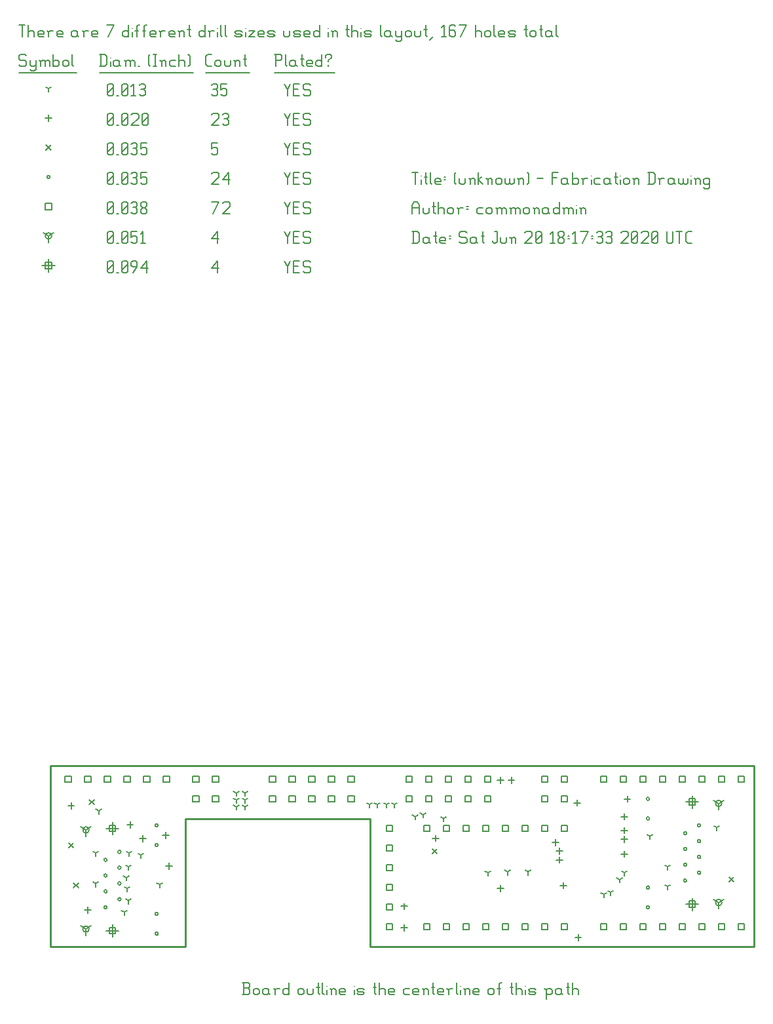
<source format=gbr>
G04 start of page 16 for group -3984 idx -3984 *
G04 Title: (unknown), fab *
G04 Creator: pcb 4.2.0 *
G04 CreationDate: Sat Jun 20 18:17:33 2020 UTC *
G04 For: commonadmin *
G04 Format: Gerber/RS-274X *
G04 PCB-Dimensions (mil): 4000.00 3500.00 *
G04 PCB-Coordinate-Origin: lower left *
%MOIN*%
%FSLAX25Y25*%
%LNFAB*%
%ADD156C,0.0100*%
%ADD155C,0.0075*%
%ADD154C,0.0060*%
%ADD153C,0.0080*%
G54D153*X342500Y91684D02*Y85284D01*
X339300Y88484D02*X345700D01*
X340900Y90084D02*X344100D01*
X340900D02*Y86884D01*
X344100D01*
Y90084D02*Y86884D01*
X342500Y39716D02*Y33316D01*
X339300Y36516D02*X345700D01*
X340900Y38116D02*X344100D01*
X340900D02*Y34916D01*
X344100D01*
Y38116D02*Y34916D01*
X47543Y26239D02*Y19839D01*
X44343Y23039D02*X50743D01*
X45943Y24639D02*X49143D01*
X45943D02*Y21439D01*
X49143D01*
Y24639D02*Y21439D01*
X47543Y78208D02*Y71808D01*
X44343Y75008D02*X50743D01*
X45943Y76608D02*X49143D01*
X45943D02*Y73408D01*
X49143D01*
Y76608D02*Y73408D01*
X15000Y364450D02*Y358050D01*
X11800Y361250D02*X18200D01*
X13400Y362850D02*X16600D01*
X13400D02*Y359650D01*
X16600D01*
Y362850D02*Y359650D01*
G54D154*X135000Y363500D02*X136500Y360500D01*
X138000Y363500D01*
X136500Y360500D02*Y357500D01*
X139800Y360800D02*X142050D01*
X139800Y357500D02*X142800D01*
X139800Y363500D02*Y357500D01*
Y363500D02*X142800D01*
X147600D02*X148350Y362750D01*
X145350Y363500D02*X147600D01*
X144600Y362750D02*X145350Y363500D01*
X144600Y362750D02*Y361250D01*
X145350Y360500D01*
X147600D01*
X148350Y359750D01*
Y358250D01*
X147600Y357500D02*X148350Y358250D01*
X145350Y357500D02*X147600D01*
X144600Y358250D02*X145350Y357500D01*
X98000Y359750D02*X101000Y363500D01*
X98000Y359750D02*X101750D01*
X101000Y363500D02*Y357500D01*
X45000Y358250D02*X45750Y357500D01*
X45000Y362750D02*Y358250D01*
Y362750D02*X45750Y363500D01*
X47250D01*
X48000Y362750D01*
Y358250D01*
X47250Y357500D02*X48000Y358250D01*
X45750Y357500D02*X47250D01*
X45000Y359000D02*X48000Y362000D01*
X49800Y357500D02*X50550D01*
X52350Y358250D02*X53100Y357500D01*
X52350Y362750D02*Y358250D01*
Y362750D02*X53100Y363500D01*
X54600D01*
X55350Y362750D01*
Y358250D01*
X54600Y357500D02*X55350Y358250D01*
X53100Y357500D02*X54600D01*
X52350Y359000D02*X55350Y362000D01*
X57900Y357500D02*X60150Y360500D01*
Y362750D02*Y360500D01*
X59400Y363500D02*X60150Y362750D01*
X57900Y363500D02*X59400D01*
X57150Y362750D02*X57900Y363500D01*
X57150Y362750D02*Y361250D01*
X57900Y360500D01*
X60150D01*
X61950Y359750D02*X64950Y363500D01*
X61950Y359750D02*X65700D01*
X64950Y363500D02*Y357500D01*
X356004Y37303D02*Y34103D01*
Y37303D02*X358777Y38903D01*
X356004Y37303D02*X353231Y38903D01*
X354404Y37303D02*G75*G03X357604Y37303I1600J0D01*G01*
G75*G03X354404Y37303I-1600J0D01*G01*
X356004Y87697D02*Y84497D01*
Y87697D02*X358777Y89297D01*
X356004Y87697D02*X353231Y89297D01*
X354404Y87697D02*G75*G03X357604Y87697I1600J0D01*G01*
G75*G03X354404Y87697I-1600J0D01*G01*
X34039Y74220D02*Y71020D01*
Y74220D02*X36813Y75820D01*
X34039Y74220D02*X31266Y75820D01*
X32439Y74220D02*G75*G03X35639Y74220I1600J0D01*G01*
G75*G03X32439Y74220I-1600J0D01*G01*
X34039Y23827D02*Y20627D01*
Y23827D02*X36813Y25427D01*
X34039Y23827D02*X31266Y25427D01*
X32439Y23827D02*G75*G03X35639Y23827I1600J0D01*G01*
G75*G03X32439Y23827I-1600J0D01*G01*
X15000Y376250D02*Y373050D01*
Y376250D02*X17773Y377850D01*
X15000Y376250D02*X12227Y377850D01*
X13400Y376250D02*G75*G03X16600Y376250I1600J0D01*G01*
G75*G03X13400Y376250I-1600J0D01*G01*
X135000Y378500D02*X136500Y375500D01*
X138000Y378500D01*
X136500Y375500D02*Y372500D01*
X139800Y375800D02*X142050D01*
X139800Y372500D02*X142800D01*
X139800Y378500D02*Y372500D01*
Y378500D02*X142800D01*
X147600D02*X148350Y377750D01*
X145350Y378500D02*X147600D01*
X144600Y377750D02*X145350Y378500D01*
X144600Y377750D02*Y376250D01*
X145350Y375500D01*
X147600D01*
X148350Y374750D01*
Y373250D01*
X147600Y372500D02*X148350Y373250D01*
X145350Y372500D02*X147600D01*
X144600Y373250D02*X145350Y372500D01*
X98000Y374750D02*X101000Y378500D01*
X98000Y374750D02*X101750D01*
X101000Y378500D02*Y372500D01*
X45000Y373250D02*X45750Y372500D01*
X45000Y377750D02*Y373250D01*
Y377750D02*X45750Y378500D01*
X47250D01*
X48000Y377750D01*
Y373250D01*
X47250Y372500D02*X48000Y373250D01*
X45750Y372500D02*X47250D01*
X45000Y374000D02*X48000Y377000D01*
X49800Y372500D02*X50550D01*
X52350Y373250D02*X53100Y372500D01*
X52350Y377750D02*Y373250D01*
Y377750D02*X53100Y378500D01*
X54600D01*
X55350Y377750D01*
Y373250D01*
X54600Y372500D02*X55350Y373250D01*
X53100Y372500D02*X54600D01*
X52350Y374000D02*X55350Y377000D01*
X57150Y378500D02*X60150D01*
X57150D02*Y375500D01*
X57900Y376250D01*
X59400D01*
X60150Y375500D01*
Y373250D01*
X59400Y372500D02*X60150Y373250D01*
X57900Y372500D02*X59400D01*
X57150Y373250D02*X57900Y372500D01*
X61950Y377300D02*X63150Y378500D01*
Y372500D01*
X61950D02*X64200D01*
X186900Y76600D02*X190100D01*
X186900D02*Y73400D01*
X190100D01*
Y76600D02*Y73400D01*
X186900Y66600D02*X190100D01*
X186900D02*Y63400D01*
X190100D01*
Y66600D02*Y63400D01*
X186900Y56600D02*X190100D01*
X186900D02*Y53400D01*
X190100D01*
Y56600D02*Y53400D01*
X186900Y46600D02*X190100D01*
X186900D02*Y43400D01*
X190100D01*
Y46600D02*Y43400D01*
X186900Y36600D02*X190100D01*
X186900D02*Y33400D01*
X190100D01*
Y36600D02*Y33400D01*
X186900Y26600D02*X190100D01*
X186900D02*Y23400D01*
X190100D01*
Y26600D02*Y23400D01*
X275900Y76600D02*X279100D01*
X275900D02*Y73400D01*
X279100D01*
Y76600D02*Y73400D01*
X265900Y76600D02*X269100D01*
X265900D02*Y73400D01*
X269100D01*
Y76600D02*Y73400D01*
X255900Y76600D02*X259100D01*
X255900D02*Y73400D01*
X259100D01*
Y76600D02*Y73400D01*
X245900Y76600D02*X249100D01*
X245900D02*Y73400D01*
X249100D01*
Y76600D02*Y73400D01*
X235900Y76600D02*X239100D01*
X235900D02*Y73400D01*
X239100D01*
Y76600D02*Y73400D01*
X225900Y76600D02*X229100D01*
X225900D02*Y73400D01*
X229100D01*
Y76600D02*Y73400D01*
X215900Y76600D02*X219100D01*
X215900D02*Y73400D01*
X219100D01*
Y76600D02*Y73400D01*
X205900Y76600D02*X209100D01*
X205900D02*Y73400D01*
X209100D01*
Y76600D02*Y73400D01*
X275900Y26600D02*X279100D01*
X275900D02*Y23400D01*
X279100D01*
Y26600D02*Y23400D01*
X265900Y26600D02*X269100D01*
X265900D02*Y23400D01*
X269100D01*
Y26600D02*Y23400D01*
X255900Y26600D02*X259100D01*
X255900D02*Y23400D01*
X259100D01*
Y26600D02*Y23400D01*
X245900Y26600D02*X249100D01*
X245900D02*Y23400D01*
X249100D01*
Y26600D02*Y23400D01*
X235900Y26600D02*X239100D01*
X235900D02*Y23400D01*
X239100D01*
Y26600D02*Y23400D01*
X225900Y26600D02*X229100D01*
X225900D02*Y23400D01*
X229100D01*
Y26600D02*Y23400D01*
X215900Y26600D02*X219100D01*
X215900D02*Y23400D01*
X219100D01*
Y26600D02*Y23400D01*
X205900Y26600D02*X209100D01*
X205900D02*Y23400D01*
X209100D01*
Y26600D02*Y23400D01*
X365900Y101600D02*X369100D01*
X365900D02*Y98400D01*
X369100D01*
Y101600D02*Y98400D01*
X355900Y101600D02*X359100D01*
X355900D02*Y98400D01*
X359100D01*
Y101600D02*Y98400D01*
X345900Y101600D02*X349100D01*
X345900D02*Y98400D01*
X349100D01*
Y101600D02*Y98400D01*
X335900Y101600D02*X339100D01*
X335900D02*Y98400D01*
X339100D01*
Y101600D02*Y98400D01*
X325900Y101600D02*X329100D01*
X325900D02*Y98400D01*
X329100D01*
Y101600D02*Y98400D01*
X315900Y101600D02*X319100D01*
X315900D02*Y98400D01*
X319100D01*
Y101600D02*Y98400D01*
X305900Y101600D02*X309100D01*
X305900D02*Y98400D01*
X309100D01*
Y101600D02*Y98400D01*
X295900Y101600D02*X299100D01*
X295900D02*Y98400D01*
X299100D01*
Y101600D02*Y98400D01*
X365900Y26600D02*X369100D01*
X365900D02*Y23400D01*
X369100D01*
Y26600D02*Y23400D01*
X355900Y26600D02*X359100D01*
X355900D02*Y23400D01*
X359100D01*
Y26600D02*Y23400D01*
X345900Y26600D02*X349100D01*
X345900D02*Y23400D01*
X349100D01*
Y26600D02*Y23400D01*
X335900Y26600D02*X339100D01*
X335900D02*Y23400D01*
X339100D01*
Y26600D02*Y23400D01*
X325900Y26600D02*X329100D01*
X325900D02*Y23400D01*
X329100D01*
Y26600D02*Y23400D01*
X315900Y26600D02*X319100D01*
X315900D02*Y23400D01*
X319100D01*
Y26600D02*Y23400D01*
X305900Y26600D02*X309100D01*
X305900D02*Y23400D01*
X309100D01*
Y26600D02*Y23400D01*
X295900Y26600D02*X299100D01*
X295900D02*Y23400D01*
X299100D01*
Y26600D02*Y23400D01*
X127400Y91600D02*X130600D01*
X127400D02*Y88400D01*
X130600D01*
Y91600D02*Y88400D01*
X127400Y101600D02*X130600D01*
X127400D02*Y98400D01*
X130600D01*
Y101600D02*Y98400D01*
X137400Y91600D02*X140600D01*
X137400D02*Y88400D01*
X140600D01*
Y91600D02*Y88400D01*
X137400Y101600D02*X140600D01*
X137400D02*Y98400D01*
X140600D01*
Y101600D02*Y98400D01*
X147400Y91600D02*X150600D01*
X147400D02*Y88400D01*
X150600D01*
Y91600D02*Y88400D01*
X147400Y101600D02*X150600D01*
X147400D02*Y98400D01*
X150600D01*
Y101600D02*Y98400D01*
X157400Y91600D02*X160600D01*
X157400D02*Y88400D01*
X160600D01*
Y91600D02*Y88400D01*
X157400Y101600D02*X160600D01*
X157400D02*Y98400D01*
X160600D01*
Y101600D02*Y98400D01*
X167400Y91600D02*X170600D01*
X167400D02*Y88400D01*
X170600D01*
Y91600D02*Y88400D01*
X167400Y101600D02*X170600D01*
X167400D02*Y98400D01*
X170600D01*
Y101600D02*Y98400D01*
X196900Y91600D02*X200100D01*
X196900D02*Y88400D01*
X200100D01*
Y91600D02*Y88400D01*
X196900Y101600D02*X200100D01*
X196900D02*Y98400D01*
X200100D01*
Y101600D02*Y98400D01*
X206900Y91600D02*X210100D01*
X206900D02*Y88400D01*
X210100D01*
Y91600D02*Y88400D01*
X206900Y101600D02*X210100D01*
X206900D02*Y98400D01*
X210100D01*
Y101600D02*Y98400D01*
X216900Y91600D02*X220100D01*
X216900D02*Y88400D01*
X220100D01*
Y91600D02*Y88400D01*
X216900Y101600D02*X220100D01*
X216900D02*Y98400D01*
X220100D01*
Y101600D02*Y98400D01*
X226900Y91600D02*X230100D01*
X226900D02*Y88400D01*
X230100D01*
Y91600D02*Y88400D01*
X226900Y101600D02*X230100D01*
X226900D02*Y98400D01*
X230100D01*
Y101600D02*Y98400D01*
X236900Y91600D02*X240100D01*
X236900D02*Y88400D01*
X240100D01*
Y91600D02*Y88400D01*
X236900Y101600D02*X240100D01*
X236900D02*Y98400D01*
X240100D01*
Y101600D02*Y98400D01*
X23400Y101600D02*X26600D01*
X23400D02*Y98400D01*
X26600D01*
Y101600D02*Y98400D01*
X33400Y101600D02*X36600D01*
X33400D02*Y98400D01*
X36600D01*
Y101600D02*Y98400D01*
X43400Y101600D02*X46600D01*
X43400D02*Y98400D01*
X46600D01*
Y101600D02*Y98400D01*
X53400Y101600D02*X56600D01*
X53400D02*Y98400D01*
X56600D01*
Y101600D02*Y98400D01*
X63400Y101600D02*X66600D01*
X63400D02*Y98400D01*
X66600D01*
Y101600D02*Y98400D01*
X73400Y101600D02*X76600D01*
X73400D02*Y98400D01*
X76600D01*
Y101600D02*Y98400D01*
X88400Y101600D02*X91600D01*
X88400D02*Y98400D01*
X91600D01*
Y101600D02*Y98400D01*
X88400Y91600D02*X91600D01*
X88400D02*Y88400D01*
X91600D01*
Y91600D02*Y88400D01*
X98400Y91600D02*X101600D01*
X98400D02*Y88400D01*
X101600D01*
Y91600D02*Y88400D01*
X98400Y101600D02*X101600D01*
X98400D02*Y98400D01*
X101600D01*
Y101600D02*Y98400D01*
X265900Y101600D02*X269100D01*
X265900D02*Y98400D01*
X269100D01*
Y101600D02*Y98400D01*
X265900Y91600D02*X269100D01*
X265900D02*Y88400D01*
X269100D01*
Y91600D02*Y88400D01*
X275900Y91600D02*X279100D01*
X275900D02*Y88400D01*
X279100D01*
Y91600D02*Y88400D01*
X275900Y101600D02*X279100D01*
X275900D02*Y98400D01*
X279100D01*
Y101600D02*Y98400D01*
X13400Y392850D02*X16600D01*
X13400D02*Y389650D01*
X16600D01*
Y392850D02*Y389650D01*
X135000Y393500D02*X136500Y390500D01*
X138000Y393500D01*
X136500Y390500D02*Y387500D01*
X139800Y390800D02*X142050D01*
X139800Y387500D02*X142800D01*
X139800Y393500D02*Y387500D01*
Y393500D02*X142800D01*
X147600D02*X148350Y392750D01*
X145350Y393500D02*X147600D01*
X144600Y392750D02*X145350Y393500D01*
X144600Y392750D02*Y391250D01*
X145350Y390500D01*
X147600D01*
X148350Y389750D01*
Y388250D01*
X147600Y387500D02*X148350Y388250D01*
X145350Y387500D02*X147600D01*
X144600Y388250D02*X145350Y387500D01*
X98750D02*X101750Y393500D01*
X98000D02*X101750D01*
X103550Y392750D02*X104300Y393500D01*
X106550D01*
X107300Y392750D01*
Y391250D01*
X103550Y387500D02*X107300Y391250D01*
X103550Y387500D02*X107300D01*
X45000Y388250D02*X45750Y387500D01*
X45000Y392750D02*Y388250D01*
Y392750D02*X45750Y393500D01*
X47250D01*
X48000Y392750D01*
Y388250D01*
X47250Y387500D02*X48000Y388250D01*
X45750Y387500D02*X47250D01*
X45000Y389000D02*X48000Y392000D01*
X49800Y387500D02*X50550D01*
X52350Y388250D02*X53100Y387500D01*
X52350Y392750D02*Y388250D01*
Y392750D02*X53100Y393500D01*
X54600D01*
X55350Y392750D01*
Y388250D01*
X54600Y387500D02*X55350Y388250D01*
X53100Y387500D02*X54600D01*
X52350Y389000D02*X55350Y392000D01*
X57150Y392750D02*X57900Y393500D01*
X59400D01*
X60150Y392750D01*
X59400Y387500D02*X60150Y388250D01*
X57900Y387500D02*X59400D01*
X57150Y388250D02*X57900Y387500D01*
Y390800D02*X59400D01*
X60150Y392750D02*Y391550D01*
Y390050D02*Y388250D01*
Y390050D02*X59400Y390800D01*
X60150Y391550D02*X59400Y390800D01*
X61950Y388250D02*X62700Y387500D01*
X61950Y389450D02*Y388250D01*
Y389450D02*X63000Y390500D01*
X63900D01*
X64950Y389450D01*
Y388250D01*
X64200Y387500D02*X64950Y388250D01*
X62700Y387500D02*X64200D01*
X61950Y391550D02*X63000Y390500D01*
X61950Y392750D02*Y391550D01*
Y392750D02*X62700Y393500D01*
X64200D01*
X64950Y392750D01*
Y391550D01*
X63900Y390500D02*X64950Y391550D01*
X319220Y44980D02*G75*G03X320820Y44980I800J0D01*G01*
G75*G03X319220Y44980I-800J0D01*G01*
Y34941D02*G75*G03X320820Y34941I800J0D01*G01*
G75*G03X319220Y34941I-800J0D01*G01*
X345243Y60492D02*G75*G03X346843Y60492I800J0D01*G01*
G75*G03X345243Y60492I-800J0D01*G01*
Y52461D02*G75*G03X346843Y52461I800J0D01*G01*
G75*G03X345243Y52461I-800J0D01*G01*
Y68524D02*G75*G03X346843Y68524I800J0D01*G01*
G75*G03X345243Y68524I-800J0D01*G01*
Y76555D02*G75*G03X346843Y76555I800J0D01*G01*
G75*G03X345243Y76555I-800J0D01*G01*
X338157Y64508D02*G75*G03X339757Y64508I800J0D01*G01*
G75*G03X338157Y64508I-800J0D01*G01*
Y72539D02*G75*G03X339757Y72539I800J0D01*G01*
G75*G03X338157Y72539I-800J0D01*G01*
Y56476D02*G75*G03X339757Y56476I800J0D01*G01*
G75*G03X338157Y56476I-800J0D01*G01*
Y48445D02*G75*G03X339757Y48445I800J0D01*G01*
G75*G03X338157Y48445I-800J0D01*G01*
X319220Y90059D02*G75*G03X320820Y90059I800J0D01*G01*
G75*G03X319220Y90059I-800J0D01*G01*
Y80020D02*G75*G03X320820Y80020I800J0D01*G01*
G75*G03X319220Y80020I-800J0D01*G01*
X69224Y66543D02*G75*G03X70824Y66543I800J0D01*G01*
G75*G03X69224Y66543I-800J0D01*G01*
Y76583D02*G75*G03X70824Y76583I800J0D01*G01*
G75*G03X69224Y76583I-800J0D01*G01*
X43200Y51031D02*G75*G03X44800Y51031I800J0D01*G01*
G75*G03X43200Y51031I-800J0D01*G01*
Y59063D02*G75*G03X44800Y59063I800J0D01*G01*
G75*G03X43200Y59063I-800J0D01*G01*
Y43000D02*G75*G03X44800Y43000I800J0D01*G01*
G75*G03X43200Y43000I-800J0D01*G01*
Y34969D02*G75*G03X44800Y34969I800J0D01*G01*
G75*G03X43200Y34969I-800J0D01*G01*
X50287Y47016D02*G75*G03X51887Y47016I800J0D01*G01*
G75*G03X50287Y47016I-800J0D01*G01*
Y38984D02*G75*G03X51887Y38984I800J0D01*G01*
G75*G03X50287Y38984I-800J0D01*G01*
Y55047D02*G75*G03X51887Y55047I800J0D01*G01*
G75*G03X50287Y55047I-800J0D01*G01*
Y63079D02*G75*G03X51887Y63079I800J0D01*G01*
G75*G03X50287Y63079I-800J0D01*G01*
X69224Y21465D02*G75*G03X70824Y21465I800J0D01*G01*
G75*G03X69224Y21465I-800J0D01*G01*
Y31504D02*G75*G03X70824Y31504I800J0D01*G01*
G75*G03X69224Y31504I-800J0D01*G01*
X14200Y406250D02*G75*G03X15800Y406250I800J0D01*G01*
G75*G03X14200Y406250I-800J0D01*G01*
X135000Y408500D02*X136500Y405500D01*
X138000Y408500D01*
X136500Y405500D02*Y402500D01*
X139800Y405800D02*X142050D01*
X139800Y402500D02*X142800D01*
X139800Y408500D02*Y402500D01*
Y408500D02*X142800D01*
X147600D02*X148350Y407750D01*
X145350Y408500D02*X147600D01*
X144600Y407750D02*X145350Y408500D01*
X144600Y407750D02*Y406250D01*
X145350Y405500D01*
X147600D01*
X148350Y404750D01*
Y403250D01*
X147600Y402500D02*X148350Y403250D01*
X145350Y402500D02*X147600D01*
X144600Y403250D02*X145350Y402500D01*
X98000Y407750D02*X98750Y408500D01*
X101000D01*
X101750Y407750D01*
Y406250D01*
X98000Y402500D02*X101750Y406250D01*
X98000Y402500D02*X101750D01*
X103550Y404750D02*X106550Y408500D01*
X103550Y404750D02*X107300D01*
X106550Y408500D02*Y402500D01*
X45000Y403250D02*X45750Y402500D01*
X45000Y407750D02*Y403250D01*
Y407750D02*X45750Y408500D01*
X47250D01*
X48000Y407750D01*
Y403250D01*
X47250Y402500D02*X48000Y403250D01*
X45750Y402500D02*X47250D01*
X45000Y404000D02*X48000Y407000D01*
X49800Y402500D02*X50550D01*
X52350Y403250D02*X53100Y402500D01*
X52350Y407750D02*Y403250D01*
Y407750D02*X53100Y408500D01*
X54600D01*
X55350Y407750D01*
Y403250D01*
X54600Y402500D02*X55350Y403250D01*
X53100Y402500D02*X54600D01*
X52350Y404000D02*X55350Y407000D01*
X57150Y407750D02*X57900Y408500D01*
X59400D01*
X60150Y407750D01*
X59400Y402500D02*X60150Y403250D01*
X57900Y402500D02*X59400D01*
X57150Y403250D02*X57900Y402500D01*
Y405800D02*X59400D01*
X60150Y407750D02*Y406550D01*
Y405050D02*Y403250D01*
Y405050D02*X59400Y405800D01*
X60150Y406550D02*X59400Y405800D01*
X61950Y408500D02*X64950D01*
X61950D02*Y405500D01*
X62700Y406250D01*
X64200D01*
X64950Y405500D01*
Y403250D01*
X64200Y402500D02*X64950Y403250D01*
X62700Y402500D02*X64200D01*
X61950Y403250D02*X62700Y402500D01*
X361300Y50169D02*X363700Y47769D01*
X361300D02*X363700Y50169D01*
X210300Y64669D02*X212700Y62269D01*
X210300D02*X212700Y64669D01*
X27800Y47169D02*X30200Y44769D01*
X27800D02*X30200Y47169D01*
X25300Y67700D02*X27700Y65300D01*
X25300D02*X27700Y67700D01*
X35800Y89700D02*X38200Y87300D01*
X35800D02*X38200Y89700D01*
X13800Y422450D02*X16200Y420050D01*
X13800D02*X16200Y422450D01*
X135000Y423500D02*X136500Y420500D01*
X138000Y423500D01*
X136500Y420500D02*Y417500D01*
X139800Y420800D02*X142050D01*
X139800Y417500D02*X142800D01*
X139800Y423500D02*Y417500D01*
Y423500D02*X142800D01*
X147600D02*X148350Y422750D01*
X145350Y423500D02*X147600D01*
X144600Y422750D02*X145350Y423500D01*
X144600Y422750D02*Y421250D01*
X145350Y420500D01*
X147600D01*
X148350Y419750D01*
Y418250D01*
X147600Y417500D02*X148350Y418250D01*
X145350Y417500D02*X147600D01*
X144600Y418250D02*X145350Y417500D01*
X98000Y423500D02*X101000D01*
X98000D02*Y420500D01*
X98750Y421250D01*
X100250D01*
X101000Y420500D01*
Y418250D01*
X100250Y417500D02*X101000Y418250D01*
X98750Y417500D02*X100250D01*
X98000Y418250D02*X98750Y417500D01*
X45000Y418250D02*X45750Y417500D01*
X45000Y422750D02*Y418250D01*
Y422750D02*X45750Y423500D01*
X47250D01*
X48000Y422750D01*
Y418250D01*
X47250Y417500D02*X48000Y418250D01*
X45750Y417500D02*X47250D01*
X45000Y419000D02*X48000Y422000D01*
X49800Y417500D02*X50550D01*
X52350Y418250D02*X53100Y417500D01*
X52350Y422750D02*Y418250D01*
Y422750D02*X53100Y423500D01*
X54600D01*
X55350Y422750D01*
Y418250D01*
X54600Y417500D02*X55350Y418250D01*
X53100Y417500D02*X54600D01*
X52350Y419000D02*X55350Y422000D01*
X57150Y422750D02*X57900Y423500D01*
X59400D01*
X60150Y422750D01*
X59400Y417500D02*X60150Y418250D01*
X57900Y417500D02*X59400D01*
X57150Y418250D02*X57900Y417500D01*
Y420800D02*X59400D01*
X60150Y422750D02*Y421550D01*
Y420050D02*Y418250D01*
Y420050D02*X59400Y420800D01*
X60150Y421550D02*X59400Y420800D01*
X61950Y423500D02*X64950D01*
X61950D02*Y420500D01*
X62700Y421250D01*
X64200D01*
X64950Y420500D01*
Y418250D01*
X64200Y417500D02*X64950Y418250D01*
X62700Y417500D02*X64200D01*
X61950Y418250D02*X62700Y417500D01*
X273000Y69569D02*Y66369D01*
X271400Y67969D02*X274600D01*
X56500Y78569D02*Y75369D01*
X54900Y76969D02*X58100D01*
X35000Y35069D02*Y31869D01*
X33400Y33469D02*X36600D01*
X63000Y71526D02*Y68326D01*
X61400Y69926D02*X64600D01*
X275000Y60600D02*Y57400D01*
X273400Y59000D02*X276600D01*
X275000Y65100D02*Y61900D01*
X273400Y63500D02*X276600D01*
X308000Y63600D02*Y60400D01*
X306400Y62000D02*X309600D01*
X308000Y82600D02*Y79400D01*
X306400Y81000D02*X309600D01*
X308000Y75600D02*Y72400D01*
X306400Y74000D02*X309600D01*
X308000Y71100D02*Y67900D01*
X306400Y69500D02*X309600D01*
X245000Y46069D02*Y42869D01*
X243400Y44469D02*X246600D01*
X277000Y47600D02*Y44400D01*
X275400Y46000D02*X278600D01*
X250500Y101100D02*Y97900D01*
X248900Y99500D02*X252100D01*
X245000Y101100D02*Y97900D01*
X243400Y99500D02*X246600D01*
X212000Y71600D02*Y68400D01*
X210400Y70000D02*X213600D01*
X284000Y89600D02*Y86400D01*
X282400Y88000D02*X285600D01*
X309500Y91600D02*Y88400D01*
X307900Y90000D02*X311100D01*
X196000Y26100D02*Y22900D01*
X194400Y24500D02*X197600D01*
X284500Y21100D02*Y17900D01*
X282900Y19500D02*X286100D01*
X196000Y37014D02*Y33814D01*
X194400Y35414D02*X197600D01*
X76400Y57400D02*Y54200D01*
X74800Y55800D02*X78000D01*
X74600Y73200D02*Y70000D01*
X73000Y71600D02*X76200D01*
X26500Y88100D02*Y84900D01*
X24900Y86500D02*X28100D01*
X15000Y437850D02*Y434650D01*
X13400Y436250D02*X16600D01*
X135000Y438500D02*X136500Y435500D01*
X138000Y438500D01*
X136500Y435500D02*Y432500D01*
X139800Y435800D02*X142050D01*
X139800Y432500D02*X142800D01*
X139800Y438500D02*Y432500D01*
Y438500D02*X142800D01*
X147600D02*X148350Y437750D01*
X145350Y438500D02*X147600D01*
X144600Y437750D02*X145350Y438500D01*
X144600Y437750D02*Y436250D01*
X145350Y435500D01*
X147600D01*
X148350Y434750D01*
Y433250D01*
X147600Y432500D02*X148350Y433250D01*
X145350Y432500D02*X147600D01*
X144600Y433250D02*X145350Y432500D01*
X98000Y437750D02*X98750Y438500D01*
X101000D01*
X101750Y437750D01*
Y436250D01*
X98000Y432500D02*X101750Y436250D01*
X98000Y432500D02*X101750D01*
X103550Y437750D02*X104300Y438500D01*
X105800D01*
X106550Y437750D01*
X105800Y432500D02*X106550Y433250D01*
X104300Y432500D02*X105800D01*
X103550Y433250D02*X104300Y432500D01*
Y435800D02*X105800D01*
X106550Y437750D02*Y436550D01*
Y435050D02*Y433250D01*
Y435050D02*X105800Y435800D01*
X106550Y436550D02*X105800Y435800D01*
X45000Y433250D02*X45750Y432500D01*
X45000Y437750D02*Y433250D01*
Y437750D02*X45750Y438500D01*
X47250D01*
X48000Y437750D01*
Y433250D01*
X47250Y432500D02*X48000Y433250D01*
X45750Y432500D02*X47250D01*
X45000Y434000D02*X48000Y437000D01*
X49800Y432500D02*X50550D01*
X52350Y433250D02*X53100Y432500D01*
X52350Y437750D02*Y433250D01*
Y437750D02*X53100Y438500D01*
X54600D01*
X55350Y437750D01*
Y433250D01*
X54600Y432500D02*X55350Y433250D01*
X53100Y432500D02*X54600D01*
X52350Y434000D02*X55350Y437000D01*
X57150Y437750D02*X57900Y438500D01*
X60150D01*
X60900Y437750D01*
Y436250D01*
X57150Y432500D02*X60900Y436250D01*
X57150Y432500D02*X60900D01*
X62700Y433250D02*X63450Y432500D01*
X62700Y437750D02*Y433250D01*
Y437750D02*X63450Y438500D01*
X64950D01*
X65700Y437750D01*
Y433250D01*
X64950Y432500D02*X65700Y433250D01*
X63450Y432500D02*X64950D01*
X62700Y434000D02*X65700Y437000D01*
X238500Y52469D02*Y50869D01*
Y52469D02*X239887Y53269D01*
X238500Y52469D02*X237113Y53269D01*
X248500Y52969D02*Y51369D01*
Y52969D02*X249887Y53769D01*
X248500Y52969D02*X247113Y53769D01*
X259000Y52969D02*Y51369D01*
Y52969D02*X260387Y53769D01*
X259000Y52969D02*X257613Y53769D01*
X39000Y62469D02*Y60869D01*
Y62469D02*X40387Y63269D01*
X39000Y62469D02*X37613Y63269D01*
X39000Y46969D02*Y45369D01*
Y46969D02*X40387Y47769D01*
X39000Y46969D02*X37613Y47769D01*
X40500Y83969D02*Y82369D01*
Y83969D02*X41887Y84769D01*
X40500Y83969D02*X39113Y84769D01*
X205500Y82000D02*Y80400D01*
Y82000D02*X206887Y82800D01*
X205500Y82000D02*X204113Y82800D01*
X216000Y80000D02*Y78400D01*
Y80000D02*X217387Y80800D01*
X216000Y80000D02*X214613Y80800D01*
X201500Y81000D02*Y79400D01*
Y81000D02*X202887Y81800D01*
X201500Y81000D02*X200113Y81800D01*
X187000Y87200D02*Y85600D01*
Y87200D02*X188387Y88000D01*
X187000Y87200D02*X185613Y88000D01*
X190900Y87200D02*Y85600D01*
Y87200D02*X192287Y88000D01*
X190900Y87200D02*X189513Y88000D01*
X178300Y87200D02*Y85600D01*
Y87200D02*X179687Y88000D01*
X178300Y87200D02*X176913Y88000D01*
X182200Y87200D02*Y85600D01*
Y87200D02*X183587Y88000D01*
X182200Y87200D02*X180813Y88000D01*
X308000Y52500D02*Y50900D01*
Y52500D02*X309387Y53300D01*
X308000Y52500D02*X306613Y53300D01*
X305500Y49000D02*Y47400D01*
Y49000D02*X306887Y49800D01*
X305500Y49000D02*X304113Y49800D01*
X297500Y41500D02*Y39900D01*
Y41500D02*X298887Y42300D01*
X297500Y41500D02*X296113Y42300D01*
X301000Y42500D02*Y40900D01*
Y42500D02*X302387Y43300D01*
X301000Y42500D02*X299613Y43300D01*
X330000Y55500D02*Y53900D01*
Y55500D02*X331387Y56300D01*
X330000Y55500D02*X328613Y56300D01*
X330000Y45500D02*Y43900D01*
Y45500D02*X331387Y46300D01*
X330000Y45500D02*X328613Y46300D01*
X321000Y71000D02*Y69400D01*
Y71000D02*X322387Y71800D01*
X321000Y71000D02*X319613Y71800D01*
X355000Y75500D02*Y73900D01*
Y75500D02*X356387Y76300D01*
X355000Y75500D02*X353613Y76300D01*
X55700Y55500D02*Y53900D01*
Y55500D02*X57087Y56300D01*
X55700Y55500D02*X54313Y56300D01*
X55000Y44500D02*Y42900D01*
Y44500D02*X56387Y45300D01*
X55000Y44500D02*X53613Y45300D01*
X55600Y38300D02*Y36700D01*
Y38300D02*X56987Y39100D01*
X55600Y38300D02*X54213Y39100D01*
X54500Y50000D02*Y48400D01*
Y50000D02*X55887Y50800D01*
X54500Y50000D02*X53113Y50800D01*
X53500Y32500D02*Y30900D01*
Y32500D02*X54887Y33300D01*
X53500Y32500D02*X52113Y33300D01*
X56000Y62500D02*Y60900D01*
Y62500D02*X57387Y63300D01*
X56000Y62500D02*X54613Y63300D01*
X62000Y61500D02*Y59900D01*
Y61500D02*X63387Y62300D01*
X62000Y61500D02*X60613Y62300D01*
X71500Y46500D02*Y44900D01*
Y46500D02*X72887Y47300D01*
X71500Y46500D02*X70113Y47300D01*
X110500Y86000D02*Y84400D01*
Y86000D02*X111887Y86800D01*
X110500Y86000D02*X109113Y86800D01*
X115000Y86000D02*Y84400D01*
Y86000D02*X116387Y86800D01*
X115000Y86000D02*X113613Y86800D01*
X115000Y89500D02*Y87900D01*
Y89500D02*X116387Y90300D01*
X115000Y89500D02*X113613Y90300D01*
X110500Y89500D02*Y87900D01*
Y89500D02*X111887Y90300D01*
X110500Y89500D02*X109113Y90300D01*
X110500Y93000D02*Y91400D01*
Y93000D02*X111887Y93800D01*
X110500Y93000D02*X109113Y93800D01*
X115000Y93000D02*Y91400D01*
Y93000D02*X116387Y93800D01*
X115000Y93000D02*X113613Y93800D01*
X15000Y451250D02*Y449650D01*
Y451250D02*X16387Y452050D01*
X15000Y451250D02*X13613Y452050D01*
X135000Y453500D02*X136500Y450500D01*
X138000Y453500D01*
X136500Y450500D02*Y447500D01*
X139800Y450800D02*X142050D01*
X139800Y447500D02*X142800D01*
X139800Y453500D02*Y447500D01*
Y453500D02*X142800D01*
X147600D02*X148350Y452750D01*
X145350Y453500D02*X147600D01*
X144600Y452750D02*X145350Y453500D01*
X144600Y452750D02*Y451250D01*
X145350Y450500D01*
X147600D01*
X148350Y449750D01*
Y448250D01*
X147600Y447500D02*X148350Y448250D01*
X145350Y447500D02*X147600D01*
X144600Y448250D02*X145350Y447500D01*
X98000Y452750D02*X98750Y453500D01*
X100250D01*
X101000Y452750D01*
X100250Y447500D02*X101000Y448250D01*
X98750Y447500D02*X100250D01*
X98000Y448250D02*X98750Y447500D01*
Y450800D02*X100250D01*
X101000Y452750D02*Y451550D01*
Y450050D02*Y448250D01*
Y450050D02*X100250Y450800D01*
X101000Y451550D02*X100250Y450800D01*
X102800Y453500D02*X105800D01*
X102800D02*Y450500D01*
X103550Y451250D01*
X105050D01*
X105800Y450500D01*
Y448250D01*
X105050Y447500D02*X105800Y448250D01*
X103550Y447500D02*X105050D01*
X102800Y448250D02*X103550Y447500D01*
X45000Y448250D02*X45750Y447500D01*
X45000Y452750D02*Y448250D01*
Y452750D02*X45750Y453500D01*
X47250D01*
X48000Y452750D01*
Y448250D01*
X47250Y447500D02*X48000Y448250D01*
X45750Y447500D02*X47250D01*
X45000Y449000D02*X48000Y452000D01*
X49800Y447500D02*X50550D01*
X52350Y448250D02*X53100Y447500D01*
X52350Y452750D02*Y448250D01*
Y452750D02*X53100Y453500D01*
X54600D01*
X55350Y452750D01*
Y448250D01*
X54600Y447500D02*X55350Y448250D01*
X53100Y447500D02*X54600D01*
X52350Y449000D02*X55350Y452000D01*
X57150Y452300D02*X58350Y453500D01*
Y447500D01*
X57150D02*X59400D01*
X61200Y452750D02*X61950Y453500D01*
X63450D01*
X64200Y452750D01*
X63450Y447500D02*X64200Y448250D01*
X61950Y447500D02*X63450D01*
X61200Y448250D02*X61950Y447500D01*
Y450800D02*X63450D01*
X64200Y452750D02*Y451550D01*
Y450050D02*Y448250D01*
Y450050D02*X63450Y450800D01*
X64200Y451550D02*X63450Y450800D01*
X3000Y468500D02*X3750Y467750D01*
X750Y468500D02*X3000D01*
X0Y467750D02*X750Y468500D01*
X0Y467750D02*Y466250D01*
X750Y465500D01*
X3000D01*
X3750Y464750D01*
Y463250D01*
X3000Y462500D02*X3750Y463250D01*
X750Y462500D02*X3000D01*
X0Y463250D02*X750Y462500D01*
X5550Y465500D02*Y463250D01*
X6300Y462500D01*
X8550Y465500D02*Y461000D01*
X7800Y460250D02*X8550Y461000D01*
X6300Y460250D02*X7800D01*
X5550Y461000D02*X6300Y460250D01*
Y462500D02*X7800D01*
X8550Y463250D01*
X11100Y464750D02*Y462500D01*
Y464750D02*X11850Y465500D01*
X12600D01*
X13350Y464750D01*
Y462500D01*
Y464750D02*X14100Y465500D01*
X14850D01*
X15600Y464750D01*
Y462500D01*
X10350Y465500D02*X11100Y464750D01*
X17400Y468500D02*Y462500D01*
Y463250D02*X18150Y462500D01*
X19650D01*
X20400Y463250D01*
Y464750D02*Y463250D01*
X19650Y465500D02*X20400Y464750D01*
X18150Y465500D02*X19650D01*
X17400Y464750D02*X18150Y465500D01*
X22200Y464750D02*Y463250D01*
Y464750D02*X22950Y465500D01*
X24450D01*
X25200Y464750D01*
Y463250D01*
X24450Y462500D02*X25200Y463250D01*
X22950Y462500D02*X24450D01*
X22200Y463250D02*X22950Y462500D01*
X27000Y468500D02*Y463250D01*
X27750Y462500D01*
X0Y459250D02*X29250D01*
X41750Y468500D02*Y462500D01*
X43700Y468500D02*X44750Y467450D01*
Y463550D01*
X43700Y462500D02*X44750Y463550D01*
X41000Y462500D02*X43700D01*
X41000Y468500D02*X43700D01*
G54D155*X46550Y467000D02*Y466850D01*
G54D154*Y464750D02*Y462500D01*
X50300Y465500D02*X51050Y464750D01*
X48800Y465500D02*X50300D01*
X48050Y464750D02*X48800Y465500D01*
X48050Y464750D02*Y463250D01*
X48800Y462500D01*
X51050Y465500D02*Y463250D01*
X51800Y462500D01*
X48800D02*X50300D01*
X51050Y463250D01*
X54350Y464750D02*Y462500D01*
Y464750D02*X55100Y465500D01*
X55850D01*
X56600Y464750D01*
Y462500D01*
Y464750D02*X57350Y465500D01*
X58100D01*
X58850Y464750D01*
Y462500D01*
X53600Y465500D02*X54350Y464750D01*
X60650Y462500D02*X61400D01*
X65900Y463250D02*X66650Y462500D01*
X65900Y467750D02*X66650Y468500D01*
X65900Y467750D02*Y463250D01*
X68450Y468500D02*X69950D01*
X69200D02*Y462500D01*
X68450D02*X69950D01*
X72500Y464750D02*Y462500D01*
Y464750D02*X73250Y465500D01*
X74000D01*
X74750Y464750D01*
Y462500D01*
X71750Y465500D02*X72500Y464750D01*
X77300Y465500D02*X79550D01*
X76550Y464750D02*X77300Y465500D01*
X76550Y464750D02*Y463250D01*
X77300Y462500D01*
X79550D01*
X81350Y468500D02*Y462500D01*
Y464750D02*X82100Y465500D01*
X83600D01*
X84350Y464750D01*
Y462500D01*
X86150Y468500D02*X86900Y467750D01*
Y463250D01*
X86150Y462500D02*X86900Y463250D01*
X41000Y459250D02*X88700D01*
X96050Y462500D02*X98000D01*
X95000Y463550D02*X96050Y462500D01*
X95000Y467450D02*Y463550D01*
Y467450D02*X96050Y468500D01*
X98000D01*
X99800Y464750D02*Y463250D01*
Y464750D02*X100550Y465500D01*
X102050D01*
X102800Y464750D01*
Y463250D01*
X102050Y462500D02*X102800Y463250D01*
X100550Y462500D02*X102050D01*
X99800Y463250D02*X100550Y462500D01*
X104600Y465500D02*Y463250D01*
X105350Y462500D01*
X106850D01*
X107600Y463250D01*
Y465500D02*Y463250D01*
X110150Y464750D02*Y462500D01*
Y464750D02*X110900Y465500D01*
X111650D01*
X112400Y464750D01*
Y462500D01*
X109400Y465500D02*X110150Y464750D01*
X114950Y468500D02*Y463250D01*
X115700Y462500D01*
X114200Y466250D02*X115700D01*
X95000Y459250D02*X117200D01*
X130750Y468500D02*Y462500D01*
X130000Y468500D02*X133000D01*
X133750Y467750D01*
Y466250D01*
X133000Y465500D02*X133750Y466250D01*
X130750Y465500D02*X133000D01*
X135550Y468500D02*Y463250D01*
X136300Y462500D01*
X140050Y465500D02*X140800Y464750D01*
X138550Y465500D02*X140050D01*
X137800Y464750D02*X138550Y465500D01*
X137800Y464750D02*Y463250D01*
X138550Y462500D01*
X140800Y465500D02*Y463250D01*
X141550Y462500D01*
X138550D02*X140050D01*
X140800Y463250D01*
X144100Y468500D02*Y463250D01*
X144850Y462500D01*
X143350Y466250D02*X144850D01*
X147100Y462500D02*X149350D01*
X146350Y463250D02*X147100Y462500D01*
X146350Y464750D02*Y463250D01*
Y464750D02*X147100Y465500D01*
X148600D01*
X149350Y464750D01*
X146350Y464000D02*X149350D01*
Y464750D02*Y464000D01*
X154150Y468500D02*Y462500D01*
X153400D02*X154150Y463250D01*
X151900Y462500D02*X153400D01*
X151150Y463250D02*X151900Y462500D01*
X151150Y464750D02*Y463250D01*
Y464750D02*X151900Y465500D01*
X153400D01*
X154150Y464750D01*
X157450Y465500D02*Y464750D01*
Y463250D02*Y462500D01*
X155950Y467750D02*Y467000D01*
Y467750D02*X156700Y468500D01*
X158200D01*
X158950Y467750D01*
Y467000D01*
X157450Y465500D02*X158950Y467000D01*
X130000Y459250D02*X160750D01*
X0Y483500D02*X3000D01*
X1500D02*Y477500D01*
X4800Y483500D02*Y477500D01*
Y479750D02*X5550Y480500D01*
X7050D01*
X7800Y479750D01*
Y477500D01*
X10350D02*X12600D01*
X9600Y478250D02*X10350Y477500D01*
X9600Y479750D02*Y478250D01*
Y479750D02*X10350Y480500D01*
X11850D01*
X12600Y479750D01*
X9600Y479000D02*X12600D01*
Y479750D02*Y479000D01*
X15150Y479750D02*Y477500D01*
Y479750D02*X15900Y480500D01*
X17400D01*
X14400D02*X15150Y479750D01*
X19950Y477500D02*X22200D01*
X19200Y478250D02*X19950Y477500D01*
X19200Y479750D02*Y478250D01*
Y479750D02*X19950Y480500D01*
X21450D01*
X22200Y479750D01*
X19200Y479000D02*X22200D01*
Y479750D02*Y479000D01*
X28950Y480500D02*X29700Y479750D01*
X27450Y480500D02*X28950D01*
X26700Y479750D02*X27450Y480500D01*
X26700Y479750D02*Y478250D01*
X27450Y477500D01*
X29700Y480500D02*Y478250D01*
X30450Y477500D01*
X27450D02*X28950D01*
X29700Y478250D01*
X33000Y479750D02*Y477500D01*
Y479750D02*X33750Y480500D01*
X35250D01*
X32250D02*X33000Y479750D01*
X37800Y477500D02*X40050D01*
X37050Y478250D02*X37800Y477500D01*
X37050Y479750D02*Y478250D01*
Y479750D02*X37800Y480500D01*
X39300D01*
X40050Y479750D01*
X37050Y479000D02*X40050D01*
Y479750D02*Y479000D01*
X45300Y477500D02*X48300Y483500D01*
X44550D02*X48300D01*
X55800D02*Y477500D01*
X55050D02*X55800Y478250D01*
X53550Y477500D02*X55050D01*
X52800Y478250D02*X53550Y477500D01*
X52800Y479750D02*Y478250D01*
Y479750D02*X53550Y480500D01*
X55050D01*
X55800Y479750D01*
G54D155*X57600Y482000D02*Y481850D01*
G54D154*Y479750D02*Y477500D01*
X59850Y482750D02*Y477500D01*
Y482750D02*X60600Y483500D01*
X61350D01*
X59100Y480500D02*X60600D01*
X63600Y482750D02*Y477500D01*
Y482750D02*X64350Y483500D01*
X65100D01*
X62850Y480500D02*X64350D01*
X67350Y477500D02*X69600D01*
X66600Y478250D02*X67350Y477500D01*
X66600Y479750D02*Y478250D01*
Y479750D02*X67350Y480500D01*
X68850D01*
X69600Y479750D01*
X66600Y479000D02*X69600D01*
Y479750D02*Y479000D01*
X72150Y479750D02*Y477500D01*
Y479750D02*X72900Y480500D01*
X74400D01*
X71400D02*X72150Y479750D01*
X76950Y477500D02*X79200D01*
X76200Y478250D02*X76950Y477500D01*
X76200Y479750D02*Y478250D01*
Y479750D02*X76950Y480500D01*
X78450D01*
X79200Y479750D01*
X76200Y479000D02*X79200D01*
Y479750D02*Y479000D01*
X81750Y479750D02*Y477500D01*
Y479750D02*X82500Y480500D01*
X83250D01*
X84000Y479750D01*
Y477500D01*
X81000Y480500D02*X81750Y479750D01*
X86550Y483500D02*Y478250D01*
X87300Y477500D01*
X85800Y481250D02*X87300D01*
X94500Y483500D02*Y477500D01*
X93750D02*X94500Y478250D01*
X92250Y477500D02*X93750D01*
X91500Y478250D02*X92250Y477500D01*
X91500Y479750D02*Y478250D01*
Y479750D02*X92250Y480500D01*
X93750D01*
X94500Y479750D01*
X97050D02*Y477500D01*
Y479750D02*X97800Y480500D01*
X99300D01*
X96300D02*X97050Y479750D01*
G54D155*X101100Y482000D02*Y481850D01*
G54D154*Y479750D02*Y477500D01*
X102600Y483500D02*Y478250D01*
X103350Y477500D01*
X104850Y483500D02*Y478250D01*
X105600Y477500D01*
X110550D02*X112800D01*
X113550Y478250D01*
X112800Y479000D02*X113550Y478250D01*
X110550Y479000D02*X112800D01*
X109800Y479750D02*X110550Y479000D01*
X109800Y479750D02*X110550Y480500D01*
X112800D01*
X113550Y479750D01*
X109800Y478250D02*X110550Y477500D01*
G54D155*X115350Y482000D02*Y481850D01*
G54D154*Y479750D02*Y477500D01*
X116850Y480500D02*X119850D01*
X116850Y477500D02*X119850Y480500D01*
X116850Y477500D02*X119850D01*
X122400D02*X124650D01*
X121650Y478250D02*X122400Y477500D01*
X121650Y479750D02*Y478250D01*
Y479750D02*X122400Y480500D01*
X123900D01*
X124650Y479750D01*
X121650Y479000D02*X124650D01*
Y479750D02*Y479000D01*
X127200Y477500D02*X129450D01*
X130200Y478250D01*
X129450Y479000D02*X130200Y478250D01*
X127200Y479000D02*X129450D01*
X126450Y479750D02*X127200Y479000D01*
X126450Y479750D02*X127200Y480500D01*
X129450D01*
X130200Y479750D01*
X126450Y478250D02*X127200Y477500D01*
X134700Y480500D02*Y478250D01*
X135450Y477500D01*
X136950D01*
X137700Y478250D01*
Y480500D02*Y478250D01*
X140250Y477500D02*X142500D01*
X143250Y478250D01*
X142500Y479000D02*X143250Y478250D01*
X140250Y479000D02*X142500D01*
X139500Y479750D02*X140250Y479000D01*
X139500Y479750D02*X140250Y480500D01*
X142500D01*
X143250Y479750D01*
X139500Y478250D02*X140250Y477500D01*
X145800D02*X148050D01*
X145050Y478250D02*X145800Y477500D01*
X145050Y479750D02*Y478250D01*
Y479750D02*X145800Y480500D01*
X147300D01*
X148050Y479750D01*
X145050Y479000D02*X148050D01*
Y479750D02*Y479000D01*
X152850Y483500D02*Y477500D01*
X152100D02*X152850Y478250D01*
X150600Y477500D02*X152100D01*
X149850Y478250D02*X150600Y477500D01*
X149850Y479750D02*Y478250D01*
Y479750D02*X150600Y480500D01*
X152100D01*
X152850Y479750D01*
G54D155*X157350Y482000D02*Y481850D01*
G54D154*Y479750D02*Y477500D01*
X159600Y479750D02*Y477500D01*
Y479750D02*X160350Y480500D01*
X161100D01*
X161850Y479750D01*
Y477500D01*
X158850Y480500D02*X159600Y479750D01*
X167100Y483500D02*Y478250D01*
X167850Y477500D01*
X166350Y481250D02*X167850D01*
X169350Y483500D02*Y477500D01*
Y479750D02*X170100Y480500D01*
X171600D01*
X172350Y479750D01*
Y477500D01*
G54D155*X174150Y482000D02*Y481850D01*
G54D154*Y479750D02*Y477500D01*
X176400D02*X178650D01*
X179400Y478250D01*
X178650Y479000D02*X179400Y478250D01*
X176400Y479000D02*X178650D01*
X175650Y479750D02*X176400Y479000D01*
X175650Y479750D02*X176400Y480500D01*
X178650D01*
X179400Y479750D01*
X175650Y478250D02*X176400Y477500D01*
X183900Y483500D02*Y478250D01*
X184650Y477500D01*
X188400Y480500D02*X189150Y479750D01*
X186900Y480500D02*X188400D01*
X186150Y479750D02*X186900Y480500D01*
X186150Y479750D02*Y478250D01*
X186900Y477500D01*
X189150Y480500D02*Y478250D01*
X189900Y477500D01*
X186900D02*X188400D01*
X189150Y478250D01*
X191700Y480500D02*Y478250D01*
X192450Y477500D01*
X194700Y480500D02*Y476000D01*
X193950Y475250D02*X194700Y476000D01*
X192450Y475250D02*X193950D01*
X191700Y476000D02*X192450Y475250D01*
Y477500D02*X193950D01*
X194700Y478250D01*
X196500Y479750D02*Y478250D01*
Y479750D02*X197250Y480500D01*
X198750D01*
X199500Y479750D01*
Y478250D01*
X198750Y477500D02*X199500Y478250D01*
X197250Y477500D02*X198750D01*
X196500Y478250D02*X197250Y477500D01*
X201300Y480500D02*Y478250D01*
X202050Y477500D01*
X203550D01*
X204300Y478250D01*
Y480500D02*Y478250D01*
X206850Y483500D02*Y478250D01*
X207600Y477500D01*
X206100Y481250D02*X207600D01*
X209100Y476000D02*X210600Y477500D01*
X215100Y482300D02*X216300Y483500D01*
Y477500D01*
X215100D02*X217350D01*
X221400Y483500D02*X222150Y482750D01*
X219900Y483500D02*X221400D01*
X219150Y482750D02*X219900Y483500D01*
X219150Y482750D02*Y478250D01*
X219900Y477500D01*
X221400Y480800D02*X222150Y480050D01*
X219150Y480800D02*X221400D01*
X219900Y477500D02*X221400D01*
X222150Y478250D01*
Y480050D02*Y478250D01*
X224700Y477500D02*X227700Y483500D01*
X223950D02*X227700D01*
X232200D02*Y477500D01*
Y479750D02*X232950Y480500D01*
X234450D01*
X235200Y479750D01*
Y477500D01*
X237000Y479750D02*Y478250D01*
Y479750D02*X237750Y480500D01*
X239250D01*
X240000Y479750D01*
Y478250D01*
X239250Y477500D02*X240000Y478250D01*
X237750Y477500D02*X239250D01*
X237000Y478250D02*X237750Y477500D01*
X241800Y483500D02*Y478250D01*
X242550Y477500D01*
X244800D02*X247050D01*
X244050Y478250D02*X244800Y477500D01*
X244050Y479750D02*Y478250D01*
Y479750D02*X244800Y480500D01*
X246300D01*
X247050Y479750D01*
X244050Y479000D02*X247050D01*
Y479750D02*Y479000D01*
X249600Y477500D02*X251850D01*
X252600Y478250D01*
X251850Y479000D02*X252600Y478250D01*
X249600Y479000D02*X251850D01*
X248850Y479750D02*X249600Y479000D01*
X248850Y479750D02*X249600Y480500D01*
X251850D01*
X252600Y479750D01*
X248850Y478250D02*X249600Y477500D01*
X257850Y483500D02*Y478250D01*
X258600Y477500D01*
X257100Y481250D02*X258600D01*
X260100Y479750D02*Y478250D01*
Y479750D02*X260850Y480500D01*
X262350D01*
X263100Y479750D01*
Y478250D01*
X262350Y477500D02*X263100Y478250D01*
X260850Y477500D02*X262350D01*
X260100Y478250D02*X260850Y477500D01*
X265650Y483500D02*Y478250D01*
X266400Y477500D01*
X264900Y481250D02*X266400D01*
X270150Y480500D02*X270900Y479750D01*
X268650Y480500D02*X270150D01*
X267900Y479750D02*X268650Y480500D01*
X267900Y479750D02*Y478250D01*
X268650Y477500D01*
X270900Y480500D02*Y478250D01*
X271650Y477500D01*
X268650D02*X270150D01*
X270900Y478250D01*
X273450Y483500D02*Y478250D01*
X274200Y477500D01*
G54D156*X178500Y80000D02*Y15000D01*
X84500Y80000D02*X178500D01*
X84500Y15000D02*Y80000D01*
X374000Y15000D02*X178500D01*
X16000D02*X84500D01*
X16000D02*Y107000D01*
X374000Y15000D02*Y107000D01*
X16000D02*X374000D01*
G54D154*X113675Y-9500D02*X116675D01*
X117425Y-8750D01*
Y-6950D02*Y-8750D01*
X116675Y-6200D02*X117425Y-6950D01*
X114425Y-6200D02*X116675D01*
X114425Y-3500D02*Y-9500D01*
X113675Y-3500D02*X116675D01*
X117425Y-4250D01*
Y-5450D01*
X116675Y-6200D02*X117425Y-5450D01*
X119225Y-7250D02*Y-8750D01*
Y-7250D02*X119975Y-6500D01*
X121475D01*
X122225Y-7250D01*
Y-8750D01*
X121475Y-9500D02*X122225Y-8750D01*
X119975Y-9500D02*X121475D01*
X119225Y-8750D02*X119975Y-9500D01*
X126275Y-6500D02*X127025Y-7250D01*
X124775Y-6500D02*X126275D01*
X124025Y-7250D02*X124775Y-6500D01*
X124025Y-7250D02*Y-8750D01*
X124775Y-9500D01*
X127025Y-6500D02*Y-8750D01*
X127775Y-9500D01*
X124775D02*X126275D01*
X127025Y-8750D01*
X130325Y-7250D02*Y-9500D01*
Y-7250D02*X131075Y-6500D01*
X132575D01*
X129575D02*X130325Y-7250D01*
X137375Y-3500D02*Y-9500D01*
X136625D02*X137375Y-8750D01*
X135125Y-9500D02*X136625D01*
X134375Y-8750D02*X135125Y-9500D01*
X134375Y-7250D02*Y-8750D01*
Y-7250D02*X135125Y-6500D01*
X136625D01*
X137375Y-7250D01*
X141875D02*Y-8750D01*
Y-7250D02*X142625Y-6500D01*
X144125D01*
X144875Y-7250D01*
Y-8750D01*
X144125Y-9500D02*X144875Y-8750D01*
X142625Y-9500D02*X144125D01*
X141875Y-8750D02*X142625Y-9500D01*
X146675Y-6500D02*Y-8750D01*
X147425Y-9500D01*
X148925D01*
X149675Y-8750D01*
Y-6500D02*Y-8750D01*
X152225Y-3500D02*Y-8750D01*
X152975Y-9500D01*
X151475Y-5750D02*X152975D01*
X154475Y-3500D02*Y-8750D01*
X155225Y-9500D01*
G54D155*X156725Y-5000D02*Y-5150D01*
G54D154*Y-7250D02*Y-9500D01*
X158975Y-7250D02*Y-9500D01*
Y-7250D02*X159725Y-6500D01*
X160475D01*
X161225Y-7250D01*
Y-9500D01*
X158225Y-6500D02*X158975Y-7250D01*
X163775Y-9500D02*X166025D01*
X163025Y-8750D02*X163775Y-9500D01*
X163025Y-7250D02*Y-8750D01*
Y-7250D02*X163775Y-6500D01*
X165275D01*
X166025Y-7250D01*
X163025Y-8000D02*X166025D01*
Y-7250D02*Y-8000D01*
G54D155*X170525Y-5000D02*Y-5150D01*
G54D154*Y-7250D02*Y-9500D01*
X172775D02*X175025D01*
X175775Y-8750D01*
X175025Y-8000D02*X175775Y-8750D01*
X172775Y-8000D02*X175025D01*
X172025Y-7250D02*X172775Y-8000D01*
X172025Y-7250D02*X172775Y-6500D01*
X175025D01*
X175775Y-7250D01*
X172025Y-8750D02*X172775Y-9500D01*
X181025Y-3500D02*Y-8750D01*
X181775Y-9500D01*
X180275Y-5750D02*X181775D01*
X183275Y-3500D02*Y-9500D01*
Y-7250D02*X184025Y-6500D01*
X185525D01*
X186275Y-7250D01*
Y-9500D01*
X188825D02*X191075D01*
X188075Y-8750D02*X188825Y-9500D01*
X188075Y-7250D02*Y-8750D01*
Y-7250D02*X188825Y-6500D01*
X190325D01*
X191075Y-7250D01*
X188075Y-8000D02*X191075D01*
Y-7250D02*Y-8000D01*
X196325Y-6500D02*X198575D01*
X195575Y-7250D02*X196325Y-6500D01*
X195575Y-7250D02*Y-8750D01*
X196325Y-9500D01*
X198575D01*
X201125D02*X203375D01*
X200375Y-8750D02*X201125Y-9500D01*
X200375Y-7250D02*Y-8750D01*
Y-7250D02*X201125Y-6500D01*
X202625D01*
X203375Y-7250D01*
X200375Y-8000D02*X203375D01*
Y-7250D02*Y-8000D01*
X205925Y-7250D02*Y-9500D01*
Y-7250D02*X206675Y-6500D01*
X207425D01*
X208175Y-7250D01*
Y-9500D01*
X205175Y-6500D02*X205925Y-7250D01*
X210725Y-3500D02*Y-8750D01*
X211475Y-9500D01*
X209975Y-5750D02*X211475D01*
X213725Y-9500D02*X215975D01*
X212975Y-8750D02*X213725Y-9500D01*
X212975Y-7250D02*Y-8750D01*
Y-7250D02*X213725Y-6500D01*
X215225D01*
X215975Y-7250D01*
X212975Y-8000D02*X215975D01*
Y-7250D02*Y-8000D01*
X218525Y-7250D02*Y-9500D01*
Y-7250D02*X219275Y-6500D01*
X220775D01*
X217775D02*X218525Y-7250D01*
X222575Y-3500D02*Y-8750D01*
X223325Y-9500D01*
G54D155*X224825Y-5000D02*Y-5150D01*
G54D154*Y-7250D02*Y-9500D01*
X227075Y-7250D02*Y-9500D01*
Y-7250D02*X227825Y-6500D01*
X228575D01*
X229325Y-7250D01*
Y-9500D01*
X226325Y-6500D02*X227075Y-7250D01*
X231875Y-9500D02*X234125D01*
X231125Y-8750D02*X231875Y-9500D01*
X231125Y-7250D02*Y-8750D01*
Y-7250D02*X231875Y-6500D01*
X233375D01*
X234125Y-7250D01*
X231125Y-8000D02*X234125D01*
Y-7250D02*Y-8000D01*
X238625Y-7250D02*Y-8750D01*
Y-7250D02*X239375Y-6500D01*
X240875D01*
X241625Y-7250D01*
Y-8750D01*
X240875Y-9500D02*X241625Y-8750D01*
X239375Y-9500D02*X240875D01*
X238625Y-8750D02*X239375Y-9500D01*
X244175Y-4250D02*Y-9500D01*
Y-4250D02*X244925Y-3500D01*
X245675D01*
X243425Y-6500D02*X244925D01*
X250625Y-3500D02*Y-8750D01*
X251375Y-9500D01*
X249875Y-5750D02*X251375D01*
X252875Y-3500D02*Y-9500D01*
Y-7250D02*X253625Y-6500D01*
X255125D01*
X255875Y-7250D01*
Y-9500D01*
G54D155*X257675Y-5000D02*Y-5150D01*
G54D154*Y-7250D02*Y-9500D01*
X259925D02*X262175D01*
X262925Y-8750D01*
X262175Y-8000D02*X262925Y-8750D01*
X259925Y-8000D02*X262175D01*
X259175Y-7250D02*X259925Y-8000D01*
X259175Y-7250D02*X259925Y-6500D01*
X262175D01*
X262925Y-7250D01*
X259175Y-8750D02*X259925Y-9500D01*
X268175Y-7250D02*Y-11750D01*
X267425Y-6500D02*X268175Y-7250D01*
X268925Y-6500D01*
X270425D01*
X271175Y-7250D01*
Y-8750D01*
X270425Y-9500D02*X271175Y-8750D01*
X268925Y-9500D02*X270425D01*
X268175Y-8750D02*X268925Y-9500D01*
X275225Y-6500D02*X275975Y-7250D01*
X273725Y-6500D02*X275225D01*
X272975Y-7250D02*X273725Y-6500D01*
X272975Y-7250D02*Y-8750D01*
X273725Y-9500D01*
X275975Y-6500D02*Y-8750D01*
X276725Y-9500D01*
X273725D02*X275225D01*
X275975Y-8750D01*
X279275Y-3500D02*Y-8750D01*
X280025Y-9500D01*
X278525Y-5750D02*X280025D01*
X281525Y-3500D02*Y-9500D01*
Y-7250D02*X282275Y-6500D01*
X283775D01*
X284525Y-7250D01*
Y-9500D01*
X200750Y378500D02*Y372500D01*
X202700Y378500D02*X203750Y377450D01*
Y373550D01*
X202700Y372500D02*X203750Y373550D01*
X200000Y372500D02*X202700D01*
X200000Y378500D02*X202700D01*
X207800Y375500D02*X208550Y374750D01*
X206300Y375500D02*X207800D01*
X205550Y374750D02*X206300Y375500D01*
X205550Y374750D02*Y373250D01*
X206300Y372500D01*
X208550Y375500D02*Y373250D01*
X209300Y372500D01*
X206300D02*X207800D01*
X208550Y373250D01*
X211850Y378500D02*Y373250D01*
X212600Y372500D01*
X211100Y376250D02*X212600D01*
X214850Y372500D02*X217100D01*
X214100Y373250D02*X214850Y372500D01*
X214100Y374750D02*Y373250D01*
Y374750D02*X214850Y375500D01*
X216350D01*
X217100Y374750D01*
X214100Y374000D02*X217100D01*
Y374750D02*Y374000D01*
X218900Y376250D02*X219650D01*
X218900Y374750D02*X219650D01*
X227150Y378500D02*X227900Y377750D01*
X224900Y378500D02*X227150D01*
X224150Y377750D02*X224900Y378500D01*
X224150Y377750D02*Y376250D01*
X224900Y375500D01*
X227150D01*
X227900Y374750D01*
Y373250D01*
X227150Y372500D02*X227900Y373250D01*
X224900Y372500D02*X227150D01*
X224150Y373250D02*X224900Y372500D01*
X231950Y375500D02*X232700Y374750D01*
X230450Y375500D02*X231950D01*
X229700Y374750D02*X230450Y375500D01*
X229700Y374750D02*Y373250D01*
X230450Y372500D01*
X232700Y375500D02*Y373250D01*
X233450Y372500D01*
X230450D02*X231950D01*
X232700Y373250D01*
X236000Y378500D02*Y373250D01*
X236750Y372500D01*
X235250Y376250D02*X236750D01*
X242000Y378500D02*X243200D01*
Y373250D01*
X242450Y372500D02*X243200Y373250D01*
X241700Y372500D02*X242450D01*
X240950Y373250D02*X241700Y372500D01*
X240950Y374000D02*Y373250D01*
X245000Y375500D02*Y373250D01*
X245750Y372500D01*
X247250D01*
X248000Y373250D01*
Y375500D02*Y373250D01*
X250550Y374750D02*Y372500D01*
Y374750D02*X251300Y375500D01*
X252050D01*
X252800Y374750D01*
Y372500D01*
X249800Y375500D02*X250550Y374750D01*
X257300Y377750D02*X258050Y378500D01*
X260300D01*
X261050Y377750D01*
Y376250D01*
X257300Y372500D02*X261050Y376250D01*
X257300Y372500D02*X261050D01*
X262850Y373250D02*X263600Y372500D01*
X262850Y377750D02*Y373250D01*
Y377750D02*X263600Y378500D01*
X265100D01*
X265850Y377750D01*
Y373250D01*
X265100Y372500D02*X265850Y373250D01*
X263600Y372500D02*X265100D01*
X262850Y374000D02*X265850Y377000D01*
X270350Y377300D02*X271550Y378500D01*
Y372500D01*
X270350D02*X272600D01*
X274400Y373250D02*X275150Y372500D01*
X274400Y374450D02*Y373250D01*
Y374450D02*X275450Y375500D01*
X276350D01*
X277400Y374450D01*
Y373250D01*
X276650Y372500D02*X277400Y373250D01*
X275150Y372500D02*X276650D01*
X274400Y376550D02*X275450Y375500D01*
X274400Y377750D02*Y376550D01*
Y377750D02*X275150Y378500D01*
X276650D01*
X277400Y377750D01*
Y376550D01*
X276350Y375500D02*X277400Y376550D01*
X279200Y376250D02*X279950D01*
X279200Y374750D02*X279950D01*
X281750Y377300D02*X282950Y378500D01*
Y372500D01*
X281750D02*X284000D01*
X286550D02*X289550Y378500D01*
X285800D02*X289550D01*
X291350Y376250D02*X292100D01*
X291350Y374750D02*X292100D01*
X293900Y377750D02*X294650Y378500D01*
X296150D01*
X296900Y377750D01*
X296150Y372500D02*X296900Y373250D01*
X294650Y372500D02*X296150D01*
X293900Y373250D02*X294650Y372500D01*
Y375800D02*X296150D01*
X296900Y377750D02*Y376550D01*
Y375050D02*Y373250D01*
Y375050D02*X296150Y375800D01*
X296900Y376550D02*X296150Y375800D01*
X298700Y377750D02*X299450Y378500D01*
X300950D01*
X301700Y377750D01*
X300950Y372500D02*X301700Y373250D01*
X299450Y372500D02*X300950D01*
X298700Y373250D02*X299450Y372500D01*
Y375800D02*X300950D01*
X301700Y377750D02*Y376550D01*
Y375050D02*Y373250D01*
Y375050D02*X300950Y375800D01*
X301700Y376550D02*X300950Y375800D01*
X306200Y377750D02*X306950Y378500D01*
X309200D01*
X309950Y377750D01*
Y376250D01*
X306200Y372500D02*X309950Y376250D01*
X306200Y372500D02*X309950D01*
X311750Y373250D02*X312500Y372500D01*
X311750Y377750D02*Y373250D01*
Y377750D02*X312500Y378500D01*
X314000D01*
X314750Y377750D01*
Y373250D01*
X314000Y372500D02*X314750Y373250D01*
X312500Y372500D02*X314000D01*
X311750Y374000D02*X314750Y377000D01*
X316550Y377750D02*X317300Y378500D01*
X319550D01*
X320300Y377750D01*
Y376250D01*
X316550Y372500D02*X320300Y376250D01*
X316550Y372500D02*X320300D01*
X322100Y373250D02*X322850Y372500D01*
X322100Y377750D02*Y373250D01*
Y377750D02*X322850Y378500D01*
X324350D01*
X325100Y377750D01*
Y373250D01*
X324350Y372500D02*X325100Y373250D01*
X322850Y372500D02*X324350D01*
X322100Y374000D02*X325100Y377000D01*
X329600Y378500D02*Y373250D01*
X330350Y372500D01*
X331850D01*
X332600Y373250D01*
Y378500D02*Y373250D01*
X334400Y378500D02*X337400D01*
X335900D02*Y372500D01*
X340250D02*X342200D01*
X339200Y373550D02*X340250Y372500D01*
X339200Y377450D02*Y373550D01*
Y377450D02*X340250Y378500D01*
X342200D01*
X200000Y392000D02*Y387500D01*
Y392000D02*X201050Y393500D01*
X202700D01*
X203750Y392000D01*
Y387500D01*
X200000Y390500D02*X203750D01*
X205550D02*Y388250D01*
X206300Y387500D01*
X207800D01*
X208550Y388250D01*
Y390500D02*Y388250D01*
X211100Y393500D02*Y388250D01*
X211850Y387500D01*
X210350Y391250D02*X211850D01*
X213350Y393500D02*Y387500D01*
Y389750D02*X214100Y390500D01*
X215600D01*
X216350Y389750D01*
Y387500D01*
X218150Y389750D02*Y388250D01*
Y389750D02*X218900Y390500D01*
X220400D01*
X221150Y389750D01*
Y388250D01*
X220400Y387500D02*X221150Y388250D01*
X218900Y387500D02*X220400D01*
X218150Y388250D02*X218900Y387500D01*
X223700Y389750D02*Y387500D01*
Y389750D02*X224450Y390500D01*
X225950D01*
X222950D02*X223700Y389750D01*
X227750Y391250D02*X228500D01*
X227750Y389750D02*X228500D01*
X233750Y390500D02*X236000D01*
X233000Y389750D02*X233750Y390500D01*
X233000Y389750D02*Y388250D01*
X233750Y387500D01*
X236000D01*
X237800Y389750D02*Y388250D01*
Y389750D02*X238550Y390500D01*
X240050D01*
X240800Y389750D01*
Y388250D01*
X240050Y387500D02*X240800Y388250D01*
X238550Y387500D02*X240050D01*
X237800Y388250D02*X238550Y387500D01*
X243350Y389750D02*Y387500D01*
Y389750D02*X244100Y390500D01*
X244850D01*
X245600Y389750D01*
Y387500D01*
Y389750D02*X246350Y390500D01*
X247100D01*
X247850Y389750D01*
Y387500D01*
X242600Y390500D02*X243350Y389750D01*
X250400D02*Y387500D01*
Y389750D02*X251150Y390500D01*
X251900D01*
X252650Y389750D01*
Y387500D01*
Y389750D02*X253400Y390500D01*
X254150D01*
X254900Y389750D01*
Y387500D01*
X249650Y390500D02*X250400Y389750D01*
X256700D02*Y388250D01*
Y389750D02*X257450Y390500D01*
X258950D01*
X259700Y389750D01*
Y388250D01*
X258950Y387500D02*X259700Y388250D01*
X257450Y387500D02*X258950D01*
X256700Y388250D02*X257450Y387500D01*
X262250Y389750D02*Y387500D01*
Y389750D02*X263000Y390500D01*
X263750D01*
X264500Y389750D01*
Y387500D01*
X261500Y390500D02*X262250Y389750D01*
X268550Y390500D02*X269300Y389750D01*
X267050Y390500D02*X268550D01*
X266300Y389750D02*X267050Y390500D01*
X266300Y389750D02*Y388250D01*
X267050Y387500D01*
X269300Y390500D02*Y388250D01*
X270050Y387500D01*
X267050D02*X268550D01*
X269300Y388250D01*
X274850Y393500D02*Y387500D01*
X274100D02*X274850Y388250D01*
X272600Y387500D02*X274100D01*
X271850Y388250D02*X272600Y387500D01*
X271850Y389750D02*Y388250D01*
Y389750D02*X272600Y390500D01*
X274100D01*
X274850Y389750D01*
X277400D02*Y387500D01*
Y389750D02*X278150Y390500D01*
X278900D01*
X279650Y389750D01*
Y387500D01*
Y389750D02*X280400Y390500D01*
X281150D01*
X281900Y389750D01*
Y387500D01*
X276650Y390500D02*X277400Y389750D01*
G54D155*X283700Y392000D02*Y391850D01*
G54D154*Y389750D02*Y387500D01*
X285950Y389750D02*Y387500D01*
Y389750D02*X286700Y390500D01*
X287450D01*
X288200Y389750D01*
Y387500D01*
X285200Y390500D02*X285950Y389750D01*
X200000Y408500D02*X203000D01*
X201500D02*Y402500D01*
G54D155*X204800Y407000D02*Y406850D01*
G54D154*Y404750D02*Y402500D01*
X207050Y408500D02*Y403250D01*
X207800Y402500D01*
X206300Y406250D02*X207800D01*
X209300Y408500D02*Y403250D01*
X210050Y402500D01*
X212300D02*X214550D01*
X211550Y403250D02*X212300Y402500D01*
X211550Y404750D02*Y403250D01*
Y404750D02*X212300Y405500D01*
X213800D01*
X214550Y404750D01*
X211550Y404000D02*X214550D01*
Y404750D02*Y404000D01*
X216350Y406250D02*X217100D01*
X216350Y404750D02*X217100D01*
X221600Y403250D02*X222350Y402500D01*
X221600Y407750D02*X222350Y408500D01*
X221600Y407750D02*Y403250D01*
X224150Y405500D02*Y403250D01*
X224900Y402500D01*
X226400D01*
X227150Y403250D01*
Y405500D02*Y403250D01*
X229700Y404750D02*Y402500D01*
Y404750D02*X230450Y405500D01*
X231200D01*
X231950Y404750D01*
Y402500D01*
X228950Y405500D02*X229700Y404750D01*
X233750Y408500D02*Y402500D01*
Y404750D02*X236000Y402500D01*
X233750Y404750D02*X235250Y406250D01*
X238550Y404750D02*Y402500D01*
Y404750D02*X239300Y405500D01*
X240050D01*
X240800Y404750D01*
Y402500D01*
X237800Y405500D02*X238550Y404750D01*
X242600D02*Y403250D01*
Y404750D02*X243350Y405500D01*
X244850D01*
X245600Y404750D01*
Y403250D01*
X244850Y402500D02*X245600Y403250D01*
X243350Y402500D02*X244850D01*
X242600Y403250D02*X243350Y402500D01*
X247400Y405500D02*Y403250D01*
X248150Y402500D01*
X248900D01*
X249650Y403250D01*
Y405500D02*Y403250D01*
X250400Y402500D01*
X251150D01*
X251900Y403250D01*
Y405500D02*Y403250D01*
X254450Y404750D02*Y402500D01*
Y404750D02*X255200Y405500D01*
X255950D01*
X256700Y404750D01*
Y402500D01*
X253700Y405500D02*X254450Y404750D01*
X258500Y408500D02*X259250Y407750D01*
Y403250D01*
X258500Y402500D02*X259250Y403250D01*
X263750Y405500D02*X266750D01*
X271250Y408500D02*Y402500D01*
Y408500D02*X274250D01*
X271250Y405800D02*X273500D01*
X278300Y405500D02*X279050Y404750D01*
X276800Y405500D02*X278300D01*
X276050Y404750D02*X276800Y405500D01*
X276050Y404750D02*Y403250D01*
X276800Y402500D01*
X279050Y405500D02*Y403250D01*
X279800Y402500D01*
X276800D02*X278300D01*
X279050Y403250D01*
X281600Y408500D02*Y402500D01*
Y403250D02*X282350Y402500D01*
X283850D01*
X284600Y403250D01*
Y404750D02*Y403250D01*
X283850Y405500D02*X284600Y404750D01*
X282350Y405500D02*X283850D01*
X281600Y404750D02*X282350Y405500D01*
X287150Y404750D02*Y402500D01*
Y404750D02*X287900Y405500D01*
X289400D01*
X286400D02*X287150Y404750D01*
G54D155*X291200Y407000D02*Y406850D01*
G54D154*Y404750D02*Y402500D01*
X293450Y405500D02*X295700D01*
X292700Y404750D02*X293450Y405500D01*
X292700Y404750D02*Y403250D01*
X293450Y402500D01*
X295700D01*
X299750Y405500D02*X300500Y404750D01*
X298250Y405500D02*X299750D01*
X297500Y404750D02*X298250Y405500D01*
X297500Y404750D02*Y403250D01*
X298250Y402500D01*
X300500Y405500D02*Y403250D01*
X301250Y402500D01*
X298250D02*X299750D01*
X300500Y403250D01*
X303800Y408500D02*Y403250D01*
X304550Y402500D01*
X303050Y406250D02*X304550D01*
G54D155*X306050Y407000D02*Y406850D01*
G54D154*Y404750D02*Y402500D01*
X307550Y404750D02*Y403250D01*
Y404750D02*X308300Y405500D01*
X309800D01*
X310550Y404750D01*
Y403250D01*
X309800Y402500D02*X310550Y403250D01*
X308300Y402500D02*X309800D01*
X307550Y403250D02*X308300Y402500D01*
X313100Y404750D02*Y402500D01*
Y404750D02*X313850Y405500D01*
X314600D01*
X315350Y404750D01*
Y402500D01*
X312350Y405500D02*X313100Y404750D01*
X320600Y408500D02*Y402500D01*
X322550Y408500D02*X323600Y407450D01*
Y403550D01*
X322550Y402500D02*X323600Y403550D01*
X319850Y402500D02*X322550D01*
X319850Y408500D02*X322550D01*
X326150Y404750D02*Y402500D01*
Y404750D02*X326900Y405500D01*
X328400D01*
X325400D02*X326150Y404750D01*
X332450Y405500D02*X333200Y404750D01*
X330950Y405500D02*X332450D01*
X330200Y404750D02*X330950Y405500D01*
X330200Y404750D02*Y403250D01*
X330950Y402500D01*
X333200Y405500D02*Y403250D01*
X333950Y402500D01*
X330950D02*X332450D01*
X333200Y403250D01*
X335750Y405500D02*Y403250D01*
X336500Y402500D01*
X337250D01*
X338000Y403250D01*
Y405500D02*Y403250D01*
X338750Y402500D01*
X339500D01*
X340250Y403250D01*
Y405500D02*Y403250D01*
G54D155*X342050Y407000D02*Y406850D01*
G54D154*Y404750D02*Y402500D01*
X344300Y404750D02*Y402500D01*
Y404750D02*X345050Y405500D01*
X345800D01*
X346550Y404750D01*
Y402500D01*
X343550Y405500D02*X344300Y404750D01*
X350600Y405500D02*X351350Y404750D01*
X349100Y405500D02*X350600D01*
X348350Y404750D02*X349100Y405500D01*
X348350Y404750D02*Y403250D01*
X349100Y402500D01*
X350600D01*
X351350Y403250D01*
X348350Y401000D02*X349100Y400250D01*
X350600D01*
X351350Y401000D01*
Y405500D02*Y401000D01*
M02*

</source>
